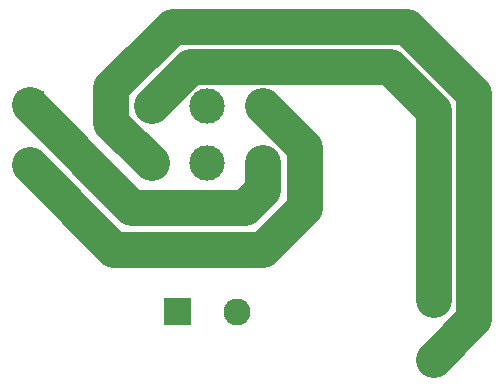
<source format=gbr>
G04 start of page 2 for group 0 idx 0 *
G04 Title: (unknown), top *
G04 Creator: pcb 20140316 *
G04 CreationDate: Thu 20 Aug 2020 03:07:22 AM GMT UTC *
G04 For: railfan *
G04 Format: Gerber/RS-274X *
G04 PCB-Dimensions (mil): 2000.00 2000.00 *
G04 PCB-Coordinate-Origin: lower left *
%MOIN*%
%FSLAX25Y25*%
%LNTOP*%
%ADD18C,0.0550*%
%ADD17C,0.0880*%
%ADD16C,0.0480*%
%ADD15C,0.0900*%
%ADD14C,0.0800*%
%ADD13C,0.1180*%
%ADD12C,0.0001*%
%ADD11C,0.1200*%
G54D11*X175500Y45000D02*Y108000D01*
Y25000D02*X189000Y38500D01*
Y113500D01*
X68000Y115500D02*Y104000D01*
X81500Y90500D01*
X75000Y75500D02*X112500D01*
X69000Y61500D02*X118500D01*
X41000Y110000D02*X75000Y75500D01*
X41000Y90000D02*X69000Y61500D01*
X112500Y75500D02*X118500Y81500D01*
Y90500D01*
Y61500D02*X132500Y75500D01*
Y95500D01*
X118500Y109500D01*
X175500Y108000D02*X161000Y122500D01*
X94500D01*
X81500Y109500D01*
X189000Y113500D02*X166500Y136000D01*
X88500D01*
X68000Y115500D01*
G54D12*G36*
X171500Y29000D02*Y21000D01*
X179500D01*
Y29000D01*
X171500D01*
G37*
G54D13*X81500Y109500D03*
X100000D03*
X118500D03*
X81500Y90500D03*
X100000D03*
X118500D03*
G54D14*X175500Y45000D03*
G54D12*G36*
X85500Y45500D02*Y36500D01*
X94500D01*
Y45500D01*
X85500D01*
G37*
G54D15*X110000Y41000D03*
G54D12*G36*
X36500Y114500D02*Y105500D01*
X45500D01*
Y114500D01*
X36500D01*
G37*
G54D15*X41000Y90000D03*
G54D16*G54D17*G54D16*G54D18*M02*

</source>
